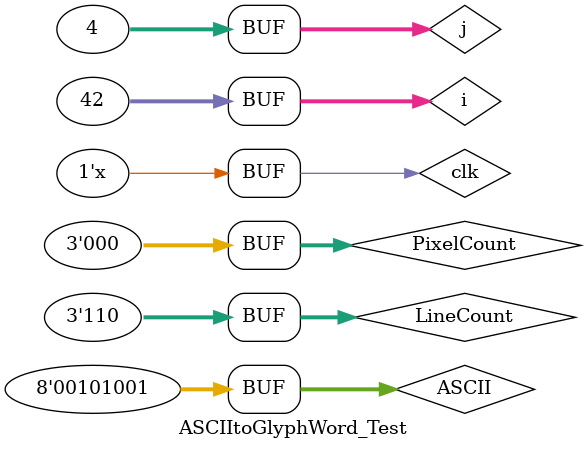
<source format=v>
`timescale 1ns / 1ps


module ASCIItoGlyphWord_Test;

	// Inputs
	reg clk;
	reg [7:0] ASCII;
	reg [2:0] PixelCount;
	reg [2:0] LineCount;

	// Outputs
	wire [15:0] GlyphWord;

	// Instantiate the Unit Under Test (UUT)
	ASCIItoGlyphWord uut (
		.clk(clk), 
		.ASCII(ASCII), 
		.PixelCount(PixelCount), 
		.LineCount(LineCount), 
		.GlyphWord(GlyphWord)
	);
	integer i;
	integer j;
	initial begin
		// Initialize Inputs
		clk = 0;
		ASCII = 0;
		PixelCount = 0;
		LineCount = 0;

		// Wait 100 ns for global reset to finish
		#1;
        
		// Add stimulus here
		for(i =32; i <42; i= i+1)
		begin
			ASCII = i;
				for(j=0; j<4; j=j+1)
				begin
					LineCount[2:1] = j;
					#10;
				end
		end
	end
      always
		#1 clk <=~clk;
endmodule


</source>
